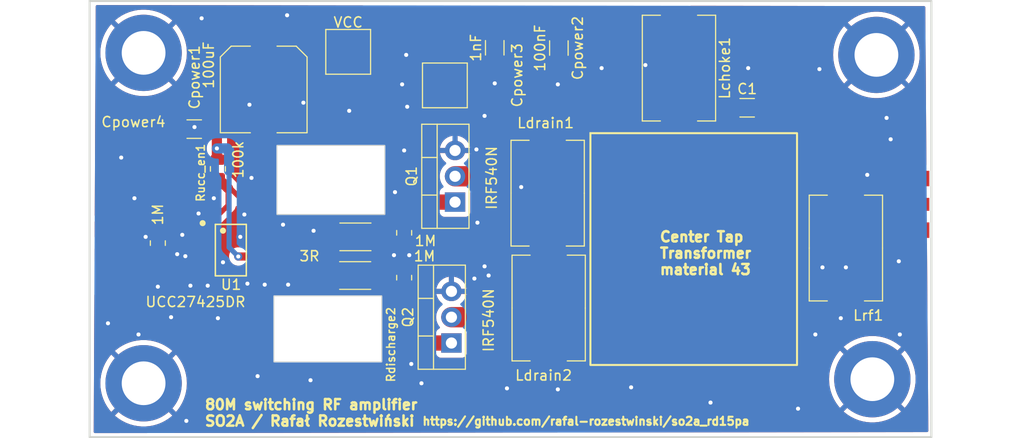
<source format=kicad_pcb>
(kicad_pcb (version 20221018) (generator pcbnew)
  (layers (0 "F.Cu" signal) (31 "B.Cu" signal) (34 "B.Paste" user) (35 "F.Paste" user) (36 "B.SilkS" user "B.Silkscreen") (37 "F.SilkS" user "F.Silkscreen") (38 "B.Mask" user) (39 "F.Mask" user) (44 "Edge.Cuts" user))
  (net 0 "")
  (net 1 "Net-(C1-Pad1)")
  (net 2 "GND")
  (net 3 "+12V")
  (net 4 "Net-(Jrfin1-In)")
  (net 5 "Net-(Jrfout1-In)")
  (net 6 "Net-(Q1-D)")
  (net 7 "Net-(Q2-D)")
  (net 8 "Net-(Q1-G)")
  (net 9 "Net-(Q2-G)")
  (net 10 "Net-(U1-OUTA)")
  (net 11 "Net-(U1-OUTB)")
  (net 12 "Net-(U1-ENBA)")
  (footprint "Capacitor_SMD:C_1206_3216Metric" (layer "F.Cu") (at 94.575 31.2 180)
    (fp_text reference "Cpower4" (at 5.975 0.7) (layer "F.SilkS"))
    (fp_text value "1nF")
    (fp_line (start -0.711252 -0.91) (end 0.711252 -0.91) (stroke (width 0.12)) (layer "F.SilkS"))
    (fp_line (start -0.711252 0.91) (end 0.711252 0.91) (stroke (width 0.12)) (layer "F.SilkS"))
    (pad "1" smd roundrect (at -1.475 0 180) (size 1.15 1.8) (layers "F.Cu" "F.Paste" "F.Mask") (roundrect_rratio 0.2173913043) (net 3 "+12V"))
    (pad "2" smd roundrect (at 1.475 0 180) (size 1.15 1.8) (layers "F.Cu" "F.Paste" "F.Mask") (roundrect_rratio 0.2173913043) (net 2 "GND"))
  )
  (footprint "Resistor_SMD:R_2010_5025Metric" (layer "F.Cu") (at 110.3875 45.6)
    (fp_text reference "Rgate2" hide)
    (fp_text value "3R" hide)
    (fp_line (start -1.527064 -1.36) (end 1.527064 -1.36) (stroke (width 0.12)) (layer "F.SilkS"))
    (fp_line (start -1.527064 1.36) (end 1.527064 1.36) (stroke (width 0.12)) (layer "F.SilkS"))
    (pad "1" smd roundrect (at -2.3125 0) (size 1.225 2.65) (layers "F.Cu" "F.Paste" "F.Mask") (roundrect_rratio 0.2040816327) (net 11 "Net-(U1-OUTB)"))
    (pad "2" smd roundrect (at 2.3125 0) (size 1.225 2.65) (layers "F.Cu" "F.Paste" "F.Mask") (roundrect_rratio 0.2040816327) (net 9 "Net-(Q2-G)"))
  )
  (footprint "Resistor_SMD:R_0805_2012Metric" (layer "F.Cu") (at 115.2 45.8125 90)
    (fp_text reference "Rdischarge2" (at -6.5875 -1.3 90) (layer "F.SilkS") (effects (font (size 0.8 0.8))))
    (fp_text value "1M" (at 3.6125 2.1) (layer "F.SilkS"))
    (fp_line (start -0.227064 -0.735) (end 0.227064 -0.735) (stroke (width 0.12)) (layer "F.SilkS"))
    (fp_line (start -0.227064 0.735) (end 0.227064 0.735) (stroke (width 0.12)) (layer "F.SilkS"))
    (pad "1" smd roundrect (at -0.9125 0 90) (size 1.025 1.4) (layers "F.Cu" "F.Paste" "F.Mask") (roundrect_rratio 0.243902439) (net 9 "Net-(Q2-G)"))
    (pad "2" smd roundrect (at 0.9125 0 90) (size 1.025 1.4) (layers "F.Cu" "F.Paste" "F.Mask") (roundrect_rratio 0.243902439) (net 2 "GND"))
  )
  (footprint "MountingHole:MountingHole_4.3mm_M4_DIN965_Pad" (layer "F.Cu") (at 161.2 55.8)
    (fp_text reference "REF**" hide)
    (fp_text value "MountingHole_4.3mm_M4_DIN965_Pad" hide)
    (pad "1" thru_hole circle (at 0 0) (size 7.5 7.5) (drill 4.3) (layers "*.Cu" "*.Mask") (net 2 "GND"))
  )
  (footprint "Resistor_SMD:R_0805_2012Metric" (layer "F.Cu") (at 96.9 35.1125 -90)
    (fp_text reference "Rucc_en1" (at 0.3875 1.7 -90) (layer "F.SilkS") (effects (font (size 0.8 0.8))))
    (fp_text value "100k" (at -0.9125 -2 90) (layer "F.SilkS"))
    (fp_line (start -0.227064 -0.735) (end 0.227064 -0.735) (stroke (width 0.12)) (layer "F.SilkS"))
    (fp_line (start -0.227064 0.735) (end 0.227064 0.735) (stroke (width 0.12)) (layer "F.SilkS"))
    (pad "1" smd roundrect (at -0.9125 0 270) (size 1.025 1.4) (layers "F.Cu" "F.Paste" "F.Mask") (roundrect_rratio 0.243902439) (net 3 "+12V"))
    (pad "2" smd roundrect (at 0.9125 0 270) (size 1.025 1.4) (layers "F.Cu" "F.Paste" "F.Mask") (roundrect_rratio 0.243902439) (net 12 "Net-(U1-ENBA)"))
  )
  (footprint "LocalGlobal:SMA_EDGELAUNCH_Modded" (layer "F.Cu") (at 166.8 38.6 180)
    (fp_text reference "Jrfout1" hide)
    (fp_text value "Conn_Coaxial")
    (pad "1" smd rect (at 2.032 0 270) (size 1.27 4.064) (layers "F.Cu" "F.Mask") (net 5 "Net-(Jrfout1-In)"))
    (pad "2" smd rect (at 2.032 -2.54 270) (size 1.524 4.064) (layers "F.Cu" "F.Mask") (net 2 "GND"))
    (pad "2" smd rect (at 2.032 2.54 270) (size 1.524 4.064) (layers "F.Cu" "F.Mask") (net 2 "GND"))
  )
  (footprint "Inductor_SMD:L_Wuerth_HCM-1050" (layer "F.Cu") (at 158.6 42.9 -90)
    (fp_text reference "Lrf1" (at 6.625 -2.2 -180) (layer "F.SilkS"))
    (fp_text value "L")
    (fp_line (start -5.2 -3.6) (end 0 -3.6) (stroke (width 0.12)) (layer "F.SilkS"))
    (fp_line (start -5.2 -1.825) (end -5.2 -3.6) (stroke (width 0.12)) (layer "F.SilkS"))
    (fp_line (start -5.2 1.825) (end -5.2 3.6) (stroke (width 0.12)) (layer "F.SilkS"))
    (fp_line (start -5.2 3.6) (end 0 3.6) (stroke (width 0.12)) (layer "F.SilkS"))
    (fp_line (start 5.2 -3.6) (end 0 -3.6) (stroke (width 0.12)) (layer "F.SilkS"))
    (fp_line (start 5.2 -1.825) (end 5.2 -3.6) (stroke (width 0.12)) (layer "F.SilkS"))
    (fp_line (start 5.2 1.825) (end 5.2 3.6) (stroke (width 0.12)) (layer "F.SilkS"))
    (fp_line (start 5.2 3.6) (end 0 3.6) (stroke (width 0.12)) (layer "F.SilkS"))
    (pad "1" smd rect (at -4.175 0 270) (size 2 3.05) (layers "F.Cu" "F.Paste" "F.Mask") (net 5 "Net-(Jrfout1-In)"))
    (pad "2" smd rect (at 4.175 0 270) (size 2 3.05) (layers "F.Cu" "F.Paste" "F.Mask") (net 2 "GND"))
  )
  (footprint "Package_TO_SOT_THT:TO-220-3_Vertical" (layer "F.Cu") (at 120.2 38.38 90)
    (fp_text reference "Q1" (at 2.54 -4.27 90) (layer "F.SilkS"))
    (fp_text value "IRF540N" (at 2.38 3.6 90) (layer "F.SilkS"))
    (fp_line (start -2.58 -3.27) (end -2.58 1.371) (stroke (width 0.12)) (layer "F.SilkS"))
    (fp_line (start -2.58 -3.27) (end 7.66 -3.27) (stroke (width 0.12)) (layer "F.SilkS"))
    (fp_line (start -2.58 -1.76) (end 7.66 -1.76) (stroke (width 0.12)) (layer "F.SilkS"))
    (fp_line (start -2.58 1.371) (end 7.66 1.371) (stroke (width 0.12)) (layer "F.SilkS"))
    (fp_line (start 0.69 -3.27) (end 0.69 -1.76) (stroke (width 0.12)) (layer "F.SilkS"))
    (fp_line (start 4.391 -3.27) (end 4.391 -1.76) (stroke (width 0.12)) (layer "F.SilkS"))
    (fp_line (start 7.66 -3.27) (end 7.66 1.371) (stroke (width 0.12)) (layer "F.SilkS"))
    (pad "1" thru_hole rect (at 0 0 90) (size 1.905 2) (drill 1.1) (layers "*.Cu" "*.Mask") (net 8 "Net-(Q1-G)"))
    (pad "2" thru_hole oval (at 2.54 0 90) (size 1.905 2) (drill 1.1) (layers "*.Cu" "*.Mask") (net 6 "Net-(Q1-D)"))
    (pad "3" thru_hole oval (at 5.08 0 90) (size 1.905 2) (drill 1.1) (layers "*.Cu" "*.Mask") (net 2 "GND"))
  )
  (footprint "Resistor_SMD:R_0805_2012Metric" (layer "F.Cu") (at 115.2 41.4 -90)
    (fp_text reference "Rdischarge1" hide)
    (fp_text value "1M" (at 2.3 -2) (layer "F.SilkS"))
    (fp_line (start -0.227064 -0.735) (end 0.227064 -0.735) (stroke (width 0.12)) (layer "F.SilkS"))
    (fp_line (start -0.227064 0.735) (end 0.227064 0.735) (stroke (width 0.12)) (layer "F.SilkS"))
    (pad "1" smd roundrect (at -0.9125 0 270) (size 1.025 1.4) (layers "F.Cu" "F.Paste" "F.Mask") (roundrect_rratio 0.243902439) (net 8 "Net-(Q1-G)"))
    (pad "2" smd roundrect (at 0.9125 0 270) (size 1.025 1.4) (layers "F.Cu" "F.Paste" "F.Mask") (roundrect_rratio 0.243902439) (net 2 "GND"))
  )
  (footprint "Capacitor_SMD:C_1206_3216Metric" (layer "F.Cu") (at 148.9 29.1)
    (fp_text reference "C1" (at 0 -1.85) (layer "F.SilkS"))
    (fp_text value "100nF")
    (fp_line (start -0.711252 -0.91) (end 0.711252 -0.91) (stroke (width 0.12)) (layer "F.SilkS"))
    (fp_line (start -0.711252 0.91) (end 0.711252 0.91) (stroke (width 0.12)) (layer "F.SilkS"))
    (pad "1" smd roundrect (at -1.475 0) (size 1.15 1.8) (layers "F.Cu" "F.Paste" "F.Mask") (roundrect_rratio 0.2173913043) (net 1 "Net-(C1-Pad1)"))
    (pad "2" smd roundrect (at 1.475 0) (size 1.15 1.8) (layers "F.Cu" "F.Paste" "F.Mask") (roundrect_rratio 0.2173913043) (net 2 "GND"))
  )
  (footprint "Capacitor_SMD:C_1206_3216Metric" (layer "F.Cu") (at 130.4 23.225 -90)
    (fp_text reference "Cpower2" (at 0 -1.85 90) (layer "F.SilkS"))
    (fp_text value "100nF" (at 0 1.85 90) (layer "F.SilkS"))
    (fp_line (start -0.711252 -0.91) (end 0.711252 -0.91) (stroke (width 0.12)) (layer "F.SilkS"))
    (fp_line (start -0.711252 0.91) (end 0.711252 0.91) (stroke (width 0.12)) (layer "F.SilkS"))
    (pad "1" smd roundrect (at -1.475 0 270) (size 1.15 1.8) (layers "F.Cu" "F.Paste" "F.Mask") (roundrect_rratio 0.2173913043) (net 3 "+12V"))
    (pad "2" smd roundrect (at 1.475 0 270) (size 1.15 1.8) (layers "F.Cu" "F.Paste" "F.Mask") (roundrect_rratio 0.2173913043) (net 2 "GND"))
  )
  (footprint "Capacitor_SMD:C_1206_3216Metric" (layer "F.Cu") (at 124.1 23.2 -90)
    (fp_text reference "Cpower3" (at 2.7 -2.2 90) (layer "F.SilkS"))
    (fp_text value "1nF" (at 0 1.85 90) (layer "F.SilkS"))
    (fp_line (start -0.711252 -0.91) (end 0.711252 -0.91) (stroke (width 0.12)) (layer "F.SilkS"))
    (fp_line (start -0.711252 0.91) (end 0.711252 0.91) (stroke (width 0.12)) (layer "F.SilkS"))
    (pad "1" smd roundrect (at -1.475 0 270) (size 1.15 1.8) (layers "F.Cu" "F.Paste" "F.Mask") (roundrect_rratio 0.2173913043) (net 3 "+12V"))
    (pad "2" smd roundrect (at 1.475 0 270) (size 1.15 1.8) (layers "F.Cu" "F.Paste" "F.Mask") (roundrect_rratio 0.2173913043) (net 2 "GND"))
  )
  (footprint "MountingHole:MountingHole_4.3mm_M4_DIN965_Pad" (layer "F.Cu") (at 89.6 23.7)
    (fp_text reference "REF**" hide)
    (fp_text value "MountingHole_4.3mm_M4_DIN965_Pad" hide)
    (pad "1" thru_hole circle (at 0 0) (size 7.5 7.5) (drill 4.3) (layers "*.Cu" "*.Mask") (net 2 "GND"))
  )
  (footprint "Package_TO_SOT_THT:TO-220-3_Vertical" (layer "F.Cu") (at 119.845 52.24 90)
    (fp_text reference "Q2" (at 2.54 -4.27 90) (layer "F.SilkS"))
    (fp_text value "IRF540N" (at 2.24 3.655 90) (layer "F.SilkS"))
    (fp_line (start -2.58 -3.27) (end -2.58 1.371) (stroke (width 0.12)) (layer "F.SilkS"))
    (fp_line (start -2.58 -3.27) (end 7.66 -3.27) (stroke (width 0.12)) (layer "F.SilkS"))
    (fp_line (start -2.58 -1.76) (end 7.66 -1.76) (stroke (width 0.12)) (layer "F.SilkS"))
    (fp_line (start -2.58 1.371) (end 7.66 1.371) (stroke (width 0.12)) (layer "F.SilkS"))
    (fp_line (start 0.69 -3.27) (end 0.69 -1.76) (stroke (width 0.12)) (layer "F.SilkS"))
    (fp_line (start 4.391 -3.27) (end 4.391 -1.76) (stroke (width 0.12)) (layer "F.SilkS"))
    (fp_line (start 7.66 -3.27) (end 7.66 1.371) (stroke (width 0.12)) (layer "F.SilkS"))
    (pad "1" thru_hole rect (at 0 0 90) (size 1.905 2) (drill 1.1) (layers "*.Cu" "*.Mask") (net 9 "Net-(Q2-G)"))
    (pad "2" thru_hole oval (at 2.54 0 90) (size 1.905 2) (drill 1.1) (layers "*.Cu" "*.Mask") (net 7 "Net-(Q2-D)"))
    (pad "3" thru_hole oval (at 5.08 0 90) (size 1.905 2) (drill 1.1) (layers "*.Cu" "*.Mask") (net 2 "GND"))
  )
  (footprint "TestPoint:TestPoint_Pad_4.0x4.0mm" (layer "F.Cu") (at 119.2 26.9)
    (fp_text reference "REF**" hide)
    (fp_text value "TestPoint_Pad_4.0x4.0mm" hide)
    (fp_line (start -2.2 -2.2) (end 2.2 -2.2) (stroke (width 0.12)) (layer "F.SilkS"))
    (fp_line (start -2.2 2.2) (end -2.2 -2.2) (stroke (width 0.12)) (layer "F.SilkS"))
    (fp_line (start 2.2 -2.2) (end 2.2 2.2) (stroke (width 0.12)) (layer "F.SilkS"))
    (fp_line (start 2.2 2.2) (end -2.2 2.2) (stroke (width 0.12)) (layer "F.SilkS"))
    (pad "1" smd rect (at 0 0) (size 4 4) (layers "F.Cu" "F.Mask") (net 2 "GND"))
  )
  (footprint "localf2:SOIC-8_L4.9-W3.9-P1.27-LS6.0-BL" (layer "F.Cu") (at 98.17 43.1 -90)
    (fp_text reference "U1" (at 3.4 -0.03 -180) (layer "F.SilkS"))
    (fp_text value "UCC27425DR" (at 5.1 3.47 -180) (layer "F.SilkS"))
    (fp_line (start -2.53 -1.52) (end 2.53 -1.52) (stroke (width 0.15)) (layer "F.SilkS"))
    (fp_line (start -2.53 1.52) (end -2.53 -1.52) (stroke (width 0.15)) (layer "F.SilkS"))
    (fp_line (start 2.53 -1.52) (end 2.53 1.52) (stroke (width 0.15)) (layer "F.SilkS"))
    (fp_line (start 2.53 1.52) (end -2.53 1.52) (stroke (width 0.15)) (layer "F.SilkS"))
    (fp_circle (center -2.65 2.77) (end -2.5 2.77) (stroke (width 0.3)) (fill none) (layer "F.SilkS"))
    (fp_circle (center -1.91 0.77) (end -1.76 0.77) (stroke (width 0.3)) (fill none) (layer "F.SilkS"))
    (pad "1" smd oval (at -1.91 2.77 270) (size 0.59 2.05) (layers "F.Cu" "F.Paste" "F.Mask") (net 12 "Net-(U1-ENBA)"))
    (pad "2" smd oval (at -0.63 2.77 270) (size 0.59 2.05) (layers "F.Cu" "F.Paste" "F.Mask") (net 4 "Net-(Jrfin1-In)"))
    (pad "3" smd oval (at 0.63 2.77 270) (size 0.59 2.05) (layers "F.Cu" "F.Paste" "F.Mask") (net 2 "GND"))
    (pad "4" smd oval (at 1.9 2.77 270) (size 0.59 2.05) (layers "F.Cu" "F.Paste" "F.Mask") (net 4 "Net-(Jrfin1-In)"))
    (pad "5" smd oval (at 1.9 -2.77 270) (size 0.59 2.05) (layers "F.Cu" "F.Paste" "F.Mask") (net 11 "Net-(U1-OUTB)"))
    (pad "6" smd oval (at 0.63 -2.77 270) (size 0.59 2.05) (layers "F.Cu" "F.Paste" "F.Mask") (net 3 "+12V"))
    (pad "7" smd oval (at -0.63 -2.77 270) (size 0.59 2.05) (layers "F.Cu" "F.Paste" "F.Mask") (net 10 "Net-(U1-OUTA)"))
    (pad "8" smd oval (at -1.91 -2.77 270) (size 0.59 2.05) (layers "F.Cu" "F.Paste" "F.Mask") (net 12 "Net-(U1-ENBA)"))
  )
  (footprint "TestPoint:TestPoint_Pad_4.0x4.0mm" (layer "F.Cu") (at 109.7 23.6)
    (fp_text reference "VCC" (at 0 -2.898) (layer "F.SilkS"))
    (fp_text value "TestPoint_Pad_4.0x4.0mm" hide)
    (fp_line (start -2.2 -2.2) (end 2.2 -2.2) (stroke (width 0.12)) (layer "F.SilkS"))
    (fp_line (start -2.2 2.2) (end -2.2 -2.2) (stroke (width 0.12)) (layer "F.SilkS"))
    (fp_line (start 2.2 -2.2) (end 2.2 2.2) (stroke (width 0.12)) (layer "F.SilkS"))
    (fp_line (start 2.2 2.2) (end -2.2 2.2) (stroke (width 0.12)) (layer "F.SilkS"))
    (pad "1" smd rect (at 0 0) (size 4 4) (layers "F.Cu" "F.Mask") (net 3 "+12V"))
  )
  (footprint "Inductor_SMD:L_Wuerth_HCM-1050" (layer "F.Cu") (at 129.4 48.8 -90)
    (fp_text reference "Ldrain2" (at 6.625 0.5 -180) (layer "F.SilkS"))
    (fp_text value "L")
    (fp_line (start -5.2 -3.6) (end 0 -3.6) (stroke (width 0.12)) (layer "F.SilkS"))
    (fp_line (start -5.2 -1.825) (end -5.2 -3.6) (stroke (width 0.12)) (layer "F.SilkS"))
    (fp_line (start -5.2 1.825) (end -5.2 3.6) (stroke (width 0.12)) (layer "F.SilkS"))
    (fp_line (start -5.2 3.6) (end 0 3.6) (stroke (width 0.12)) (layer "F.SilkS"))
    (fp_line (start 5.2 -3.6) (end 0 -3.6) (stroke (width 0.12)) (layer "F.SilkS"))
    (fp_line (start 5.2 -1.825) (end 5.2 -3.6) (stroke (width 0.12)) (layer "F.SilkS"))
    (fp_line (start 5.2 1.825) (end 5.2 3.6) (stroke (width 0.12)) (layer "F.SilkS"))
    (fp_line (start 5.2 3.6) (end 0 3.6) (stroke (width 0.12)) (layer "F.SilkS"))
    (pad "1" smd rect (at -4.175 0 270) (size 2 3.05) (layers "F.Cu" "F.Paste" "F.Mask") (net 1 "Net-(C1-Pad1)"))
    (pad "2" smd rect (at 4.175 0 270) (size 2 3.05) (layers "F.Cu" "F.Paste" "F.Mask") (net 7 "Net-(Q2-D)"))
  )
  (footprint "Resistor_SMD:R_2010_5025Metric" (layer "F.Cu") (at 110.4125 41.8 180)
    (fp_text reference "Rgate1" hide)
    (fp_text value "3R" (at 4.5125 -1.9) (layer "F.SilkS"))
    (fp_line (start -1.527064 -1.36) (end 1.527064 -1.36) (stroke (width 0.12)) (layer "F.SilkS"))
    (fp_line (start -1.527064 1.36) (end 1.527064 1.36) (stroke (width 0.12)) (layer "F.SilkS"))
    (pad "1" smd roundrect (at -2.3125 0 180) (size 1.225 2.65) (layers "F.Cu" "F.Paste" "F.Mask") (roundrect_rratio 0.2040816327) (net 8 "Net-(Q1-G)"))
    (pad "2" smd roundrect (at 2.3125 0 180) (size 1.225 2.65) (layers "F.Cu" "F.Paste" "F.Mask") (roundrect_rratio 0.2040816327) (net 10 "Net-(U1-OUTA)"))
  )
  (footprint "Inductor_SMD:L_Wuerth_HCM-1050" (layer "F.Cu") (at 129.3 37.5 -90)
    (fp_text reference "Ldrain1" (at -6.9 0.2 -180) (layer "F.SilkS"))
    (fp_text value "L")
    (fp_line (start -5.2 -3.6) (end 0 -3.6) (stroke (width 0.12)) (layer "F.SilkS"))
    (fp_line (start -5.2 -1.825) (end -5.2 -3.6) (stroke (width 0.12)) (layer "F.SilkS"))
    (fp_line (start -5.2 1.825) (end -5.2 3.6) (stroke (width 0.12)) (layer "F.SilkS"))
    (fp_line (start -5.2 3.6) (end 0 3.6) (stroke (width 0.12)) (layer "F.SilkS"))
    (fp_line (start 5.2 -3.6) (end 0 -3.6) (stroke (width 0.12)) (layer "F.SilkS"))
    (fp_line (start 5.2 -1.825) (end 5.2 -3.6) (stroke (width 0.12)) (layer "F.SilkS"))
    (fp_line (start 5.2 1.825) (end 5.2 3.6) (stroke (width 0.12)) (layer "F.SilkS"))
    (fp_line (start 5.2 3.6) (end 0 3.6) (stroke (width 0.12)) (layer "F.SilkS"))
    (pad "1" smd rect (at -4.175 0 270) (size 2 3.05) (layers "F.Cu" "F.Paste" "F.Mask") (net 6 "Net-(Q1-D)"))
    (pad "2" smd rect (at 4.175 0 270) (size 2 3.05) (layers "F.Cu" "F.Paste" "F.Mask") (net 1 "Net-(C1-Pad1)"))
  )
  (footprint "Inductor_SMD:L_Wuerth_HCM-1050" (layer "F.Cu") (at 142.2 25.2 -90)
    (fp_text reference "Lchoke1" (at 0 -4.5 90) (layer "F.SilkS"))
    (fp_text value "L")
    (fp_line (start -5.2 -3.6) (end 0 -3.6) (stroke (width 0.12)) (layer "F.SilkS"))
    (fp_line (start -5.2 -1.825) (end -5.2 -3.6) (stroke (width 0.12)) (layer "F.SilkS"))
    (fp_line (start -5.2 1.825) (end -5.2 3.6) (stroke (width 0.12)) (layer "F.SilkS"))
    (fp_line (start -5.2 3.6) (end 0 3.6) (stroke (width 0.12)) (layer "F.SilkS"))
    (fp_line (start 5.2 -3.6) (end 0 -3.6) (stroke (width 0.12)) (layer "F.SilkS"))
    (fp_line (start 5.2 -1.825) (end 5.2 -3.6) (stroke (width 0.12)) (layer "F.SilkS"))
    (fp_line (start 5.2 1.825) (end 5.2 3.6) (stroke (width 0.12)) (layer "F.SilkS"))
    (fp_line (start 5.2 3.6) (end 0 3.6) (stroke (width 0.12)) (layer "F.SilkS"))
    (pad "1" smd rect (at -4.175 0 270) (size 2 3.05) (layers "F.Cu" "F.Paste" "F.Mask") (net 3 "+12V"))
    (pad "2" smd rect (at 4.175 0 270) (size 2 3.05) (layers "F.Cu" "F.Paste" "F.Mask") (net 1 "Net-(C1-Pad1)"))
  )
  (footprint "Resistor_SMD:R_0805_2012Metric" (layer "F.Cu") (at 91 42.4125 90)
    (fp_text reference "Rdischarge3" hide)
    (fp_text value "1M" (at 2.8125 0 90) (layer "F.SilkS"))
    (fp_line (start -0.227064 -0.735) (end 0.227064 -0.735) (stroke (width 0.12)) (layer "F.SilkS"))
    (fp_line (start -0.227064 0.735) (end 0.227064 0.735) (stroke (width 0.12)) (layer "F.SilkS"))
    (pad "1" smd roundrect (at -0.9125 0 90) (size 1.025 1.4) (layers "F.Cu" "F.Paste" "F.Mask") (roundrect_rratio 0.243902439) (net 4 "Net-(Jrfin1-In)"))
    (pad "2" smd roundrect (at 0.9125 0 90) (size 1.025 1.4) (layers "F.Cu" "F.Paste" "F.Mask") (roundrect_rratio 0.243902439) (net 2 "GND"))
  )
  (footprint "LocalGlobal:SMA_EDGELAUNCH_Modded" (layer "F.Cu") (at 84.8 43.6)
    (fp_text reference "Jrfin1" hide)
    (fp_text value "Conn_Coaxial")
    (pad "1" smd rect (at 2.032 0 90) (size 1.27 4.064) (layers "F.Cu" "F.Mask") (net 4 "Net-(Jrfin1-In)"))
    (pad "2" smd rect (at 2.032 -2.54 90) (size 1.524 4.064) (layers "F.Cu" "F.Mask") (net 2 "GND"))
    (pad "2" smd rect (at 2.032 2.54 90) (size 1.524 4.064) (layers "F.Cu" "F.Mask") (net 2 "GND"))
  )
  (footprint "MountingHole:MountingHole_4.3mm_M4_DIN965_Pad" (layer "F.Cu") (at 89.6 56.2)
    (fp_text reference "REF**" hide)
    (fp_text value "MountingHole_4.3mm_M4_DIN965_Pad" hide)
    (pad "1" thru_hole circle (at 0 0) (size 7.5 7.5) (drill 4.3) (layers "*.Cu" "*.Mask") (net 2 "GND"))
  )
  (footprint "MountingHole:MountingHole_4.3mm_M4_DIN965_Pad" (layer "F.Cu") (at 161.6 23.9)
    (fp_text reference "REF**" hide)
    (fp_text value "MountingHole_4.3mm_M4_DIN965_Pad" hide)
    (pad "1" thru_hole circle (at 0 0) (size 7.5 7.5) (drill 4.3) (layers "*.Cu" "*.Mask") (net 2 "GND"))
  )
  (footprint "Capacitor_SMD:C_Elec_8x10.2" (layer "F.Cu") (at 101.4 27.3 -90)
    (fp_text reference "Cpower1" (at -1.2 6.8 90) (layer "F.SilkS"))
    (fp_text value "100uF" (at -2.4 5.4 -90) (layer "F.SilkS"))
    (fp_line (start -4.26 -3.195563) (end -4.26 -1.31) (stroke (width 0.12)) (layer "F.SilkS"))
    (fp_line (start -4.26 -3.195563) (end -3.195563 -4.26) (stroke (width 0.12)) (layer "F.SilkS"))
    (fp_line (start -4.26 3.195563) (end -4.26 1.31) (stroke (width 0.12)) (layer "F.SilkS"))
    (fp_line (start -4.26 3.195563) (end -3.195563 4.26) (stroke (width 0.12)) (layer "F.SilkS"))
    (fp_line (start -3.195563 -4.26) (end 4.26 -4.26) (stroke (width 0.12)) (layer "F.SilkS"))
    (fp_line (start -3.195563 4.26) (end 4.26 4.26) (stroke (width 0.12)) (layer "F.SilkS"))
    (fp_line (start 4.26 -4.26) (end 4.26 -1.31) (stroke (width 0.12)) (layer "F.SilkS"))
    (fp_line (start 4.26 4.26) (end 4.26 1.31) (stroke (width 0.12)) (layer "F.SilkS"))
    (pad "1" smd roundrect (at -3.6 0 270) (size 4.5 2.1) (layers "F.Cu" "F.Paste" "F.Mask") (roundrect_rratio 0.1190480952) (net 3 "+12V"))
    (pad "2" smd roundrect (at 3.6 0 270) (size 4.5 2.1) (layers "F.Cu" "F.Paste" "F.Mask") (roundrect_rratio 0.1190480952) (net 2 "GND"))
  )
  (gr_rect (start 133.5 31.6) (end 153.8 54.4) (stroke (width 0.2)) (fill none) (layer "F.SilkS"))
  (gr_rect (start 84.3 18.6) (end 167 61.5) (stroke (width 0.2)) (fill none) (layer "Edge.Cuts"))
  (gr_rect (start 102.7 32.8) (end 113.3 39.6) (stroke (width 0.1)) (fill none) (layer "Edge.Cuts"))
  (gr_rect (start 102.4 47.6) (end 113 54.1) (stroke (width 0.1)) (fill none) (layer "Edge.Cuts"))
  (gr_text "80M switching RF amplifier\nSO2A / Rafał Rozestwiński\n" (at 95.5 60.5) (layer "F.SilkS") (effects (font (size 1 1) (thickness 0.25) bold) (justify left bottom)))
  (gr_text "Center Tap\nTransformer\nmaterial 43" (at 140.2 45.6) (layer "F.SilkS") (effects (font (size 1 1) (thickness 0.25) bold) (justify left bottom)))
  (gr_text "https://github.com/rafal-rozestwinski/so2a_rd15pa" (at 116.9 60.4) (layer "F.SilkS") (effects (font (size 0.8 0.8) (thickness 0.2) bold) (justify left bottom)))
  (segment (start 142.7 34.6) (end 142.7 29.875) (width 3) (layer "F.Cu") (net 1))
  (segment (start 129.1 42.8) (end 130.125 41.775) (width 0.25) (layer "F.Cu") (net 1))
  (segment (start 147.325 29) (end 147.425 29.1) (width 2) (layer "F.Cu") (net 1))
  (segment (start 134.5 42.8) (end 142.7 34.6) (width 3) (layer "F.Cu") (net 1))
  (segment (start 142.2 29.375) (end 142.425 29.15) (width 0.25) (layer "F.Cu") (net 1))
  (segment (start 129.1 42.8) (end 134.5 42.8) (width 3) (layer "F.Cu") (net 1))
  (segment (start 142.2 29.375) (end 142.575 29) (width 2) (layer "F.Cu") (net 1))
  (segment (start 142.575 29) (end 147.325 29) (width 2) (layer "F.Cu") (net 1))
  (segment (start 120.75 33.4) (end 120.2 32.85) (width 0.25) (layer "F.Cu") (net 2))
  (via (at 100.8 55.5) (size 0.8) (drill 0.4) (layers "F.Cu" "B.Cu") (net 2))
  (via (at 94.6 31) (size 0.8) (drill 0.4) (layers "F.Cu" "B.Cu") (net 2))
  (via (at 99.1 41.8) (size 0.8) (drill 0.4) (layers "F.Cu" "B.Cu") (net 2))
  (via (at 115.9 54.3) (size 0.8) (drill 0.4) (layers "F.Cu" "B.Cu") (net 2))
  (via (at 93.7 43.7) (size 0.8) (drill 0.4) (layers "F.Cu" "B.Cu") (net 2))
  (via (at 115.4 23.9) (size 0.8) (drill 0.4) (layers "F.Cu" "B.Cu") (net 2))
  (via (at 115.2 33.3) (size 0.8) (drill 0.4) (layers "F.Cu" "B.Cu") (net 2))
  (via (at 125.3 56.7) (size 0.8) (drill 0.4) (layers "F.Cu" "B.Cu") (net 2))
  (via (at 88.7 38) (size 0.8) (drill 0.4) (layers "F.Cu" "B.Cu") (net 2))
  (via (at 105.3 28.6) (size 0.8) (drill 0.4) (layers "F.Cu" "B.Cu") (net 2))
  (via (at 153.9 58.7) (size 0.8) (drill 0.4) (layers "F.Cu" "B.Cu") (net 2))
  (via (at 97.4 44.3) (size 0.8) (drill 0.4) (layers "F.Cu" "B.Cu") (net 2))
  (via (at 96.9 49.8) (size 0.8) (drill 0.4) (layers "F.Cu" "B.Cu") (net 2))
  (via (at 103.7 20) (size 0.8) (drill 0.4) (layers "F.Cu" "B.Cu") (net 2))
  (via (at 123.1 29.9) (size 0.8) (drill 0.4) (layers "F.Cu" "B.Cu") (net 2))
  (via (at 92.900688 43.500688) (size 0.8) (drill 0.4) (layers "F.Cu" "B.Cu") (net 2))
  (via (at 130.3 26.8) (size 0.8) (drill 0.4) (layers "F.Cu" "B.Cu") (net 2))
  (via (at 162.6 30.1) (size 0.8) (drill 0.4) (layers "F.Cu" "B.Cu") (net 2))
  (via (at 123.1 44.7) (size 0.8) (drill 0.4) (layers "F.Cu" "B.Cu") (net 2))
  (via (at 114.2 43.6) (size 0.8) (drill 0.4) (layers "F.Cu" "B.Cu") (net 2))
  (via (at 86.1 50.3) (size 0.8) (drill 0.4) (layers "F.Cu" "B.Cu") (net 2))
  (via (at 99.8 46.4) (size 0.8) (drill 0.4) (layers "F.Cu" "B.Cu") (net 2))
  (via (at 94.2 46.6) (size 0.8) (drill 0.4) (layers "F.Cu" "B.Cu") (net 2))
  (via (at 103.8 46.5) (size 0.8) (drill 0.4) (layers "F.Cu" "B.Cu") (net 2))
  (via (at 149 25.2) (size 0.8) (drill 0.4) (layers "F.Cu" "B.Cu") (net 2))
  (via (at 116.9 56.2) (size 0.8) (drill 0.4) (layers "F.Cu" "B.Cu") (net 2))
  (via (at 100.2 36) (size 0.8) (drill 0.4) (layers "F.Cu" "B.Cu") (net 2))
  (via (at 115 26.8) (size 0.8) (drill 0.4) (layers "F.Cu" "B.Cu") (net 2))
  (via (at 106.3 41.2) (size 0.8) (drill 0.4) (layers "F.Cu" "B.Cu") (net 2))
  (via (at 93.4 41.6) (size 0.8) (drill 0.4) (layers "F.Cu" "B.Cu") (net 2))
  (via (at 160.7 35.7) (size 0.8) (drill 0.4) (layers "F.Cu" "B.Cu") (net 2))
  (via (at 87.4 34) (size 0.8) (drill 0.4) (layers "F.Cu" "B.Cu") (net 2))
  (via (at 89.1 51.4) (size 0.8) (drill 0.4) (layers "F.Cu" "B.Cu") (net 2))
  (via (at 96.5 38) (size 0.8) (drill 0.4) (layers "F.Cu" "B.Cu") (net 2))
  (via (at 145.3 58.1) (size 0.8) (drill 0.4) (layers "F.Cu" "B.Cu") (net 2))
  (via (at 115.7 43.6) (size 0.8) (drill 0.4) (layers "F.Cu" "B.Cu") (net 2))
  (via (at 92.3 49.7) (size 0.8) (drill 0.4) (layers "F.Cu" "B.Cu") (net 2))
  (via (at 100 28.8) (size 0.8) (drill 0.4) (layers "F.Cu" "B.Cu") (net 2))
  (via (at 158.1 49.8) (size 0.8) (drill 0.4) (layers "F.Cu" "B.Cu") (net 2))
  (via (at 122.1 45.9) (size 0.8) (drill 0.4) (layers "F.Cu" "B.Cu") (net 2))
  (via (at 124.1 26.7) (size 0.8) (drill 0.4) (layers "F.Cu" "B.Cu") (net 2))
  (via (at 93.8 59.9) (size 0.8) (drill 0.4) (layers "F.Cu" "B.Cu") (net 2))
  (via (at 122.3 33.2) (size 0.8) (drill 0.4) (layers "F.Cu" "B.Cu") (net 2))
  (via (at 109.8 29.4) (size 0.8) (drill 0.4) (layers "F.Cu" "B.Cu") (net 2))
  (via (at 95.3 20.3) (size 0.8) (drill 0.4) (layers "F.Cu" "B.Cu") (net 2))
  (via (at 99.5 39.6) (size 0.8) (drill 0.4) (layers "F.Cu" "B.Cu") (net 2))
  (via (at 138.9 24.9) (size 0.8) (drill 0.4) (layers "F.Cu" "B.Cu") (net 2))
  (via (at 137.5 56.6) (size 0.8) (drill 0.4) (layers "F.Cu" "B.Cu") (net 2))
  (via (at 115.5 29) (size 0.8) (drill 0.4) (layers "F.Cu" "B.Cu") (net 2))
  (via (at 114.3 37.4) (size 0.8) (drill 0.4) (layers "F.Cu" "B.Cu") (net 2))
  (via (at 163.9 51.4) (size 0.8) (drill 0.4) (layers "F.Cu" "B.Cu") (net 2))
  (via (at 91 46.7) (size 0.8) (drill 0.4) (layers "F.Cu" "B.Cu") (net 2))
  (via (at 155.6 51.4) (size 0.8) (drill 0.4) (layers "F.Cu" "B.Cu") (net 2))
  (via (at 163 32.2) (size 0.8) (drill 0.4) (layers "F.Cu" "B.Cu") (net 2))
  (via (at 134.6 25.2) (size 0.8) (drill 0.4) (layers "F.Cu" "B.Cu") (net 2))
  (via (at 126.7 36.9) (size 0.8) (drill 0.4) (layers "F.Cu" "B.Cu") (net 2))
  (via (at 156.3 44.8) (size 0.8) (drill 0.4) (layers "F.Cu" "B.Cu") (net 2))
  (via (at 158.6 44.8) (size 0.8) (drill 0.4) (layers "F.Cu" "B.Cu") (net 2))
  (via (at 106 55.9) (size 0.8) (drill 0.4) (layers "F.Cu" "B.Cu") (net 2))
  (via (at 103.3 40.6) (size 0.8) (drill 0.4) (layers "F.Cu" "B.Cu") (net 2))
  (via (at 122.4 40.4) (size 0.8) (drill 0.4) (layers "F.Cu" "B.Cu") (net 2))
  (via (at 163.8 44.2) (size 0.8) (drill 0.4) (layers "F.Cu" "B.Cu") (net 2))
  (via (at 101.5 46.5) (size 0.8) (drill 0.4) (layers "F.Cu" "B.Cu") (net 2))
  (via (at 89.8 41.8) (size 0.8) (drill 0.4) (layers "F.Cu" "B.Cu") (net 2))
  (via (at 123.5 45.6) (size 0.8) (drill 0.4) (layers "F.Cu" "B.Cu") (net 2))
  (via (at 95.9 46.6) (size 0.8) (drill 0.4) (layers "F.Cu" "B.Cu") (net 2))
  (via (at 156 25.3) (size 0.8) (drill 0.4) (layers "F.Cu" "B.Cu") (net 2))
  (via (at 130.3 56.8) (size 0.8) (drill 0.4) (layers "F.Cu" "B.Cu") (net 2))
  (via (at 95 39.5) (size 0.8) (drill 0.4) (layers "F.Cu" "B.Cu") (net 2))
  (segment (start 112.1 21.2) (end 112.5 20.8) (width 3) (layer "F.Cu") (net 3))
  (segment (start 111.2 22.1) (end 103 22.1) (width 2) (layer "F.Cu") (net 3))
  (segment (start 112.5 20.8) (end 141.975 20.8) (width 3) (layer "F.Cu") (net 3))
  (segment (start 103 23.7) (end 104.375 22.325) (width 0.25) (layer "F.Cu") (net 3))
  (segment (start 100.94 43.73) (end 98.9 43.73) (width 0.8) (layer "F.Cu") (net 3))
  (segment (start 96.9 34.2) (end 96.8 34.1) (width 1) (layer "F.Cu") (net 3))
  (segment (start 96.8 34.1) (end 96.8 28.3) (width 1) (layer "F.Cu") (net 3))
  (segment (start 109.7 23.6) (end 112.1 21.2) (width 3) (layer "F.Cu") (net 3))
  (segment (start 112.1 21.2) (end 111.2 22.1) (width 2) (layer "F.Cu") (net 3))
  (segment (start 101.4 23.7) (end 103 23.7) (width 0.25) (layer "F.Cu") (net 3))
  (segment (start 96.8 28.3) (end 101.4 23.7) (width 1) (layer "F.Cu") (net 3))
  (segment (start 103 22.1) (end 101.4 23.7) (width 2) (layer "F.Cu") (net 3))
  (via (at 98.9 43.73) (size 0.8) (drill 0.4) (layers "F.Cu" "B.Cu") (net 3))
  (via (at 96.8 33.1) (size 0.8) (drill 0.4) (layers "F.Cu" "B.Cu") (net 3))
  (segment (start 98 35.3) (end 98 33.3) (width 1) (layer "B.Cu") (net 3))
  (segment (start 98 33.3) (end 97.8 33.1) (width 1) (layer "B.Cu") (net 3))
  (segment (start 98 42.83) (end 98 35.3) (width 0.5) (layer "B.Cu") (net 3))
  (segment (start 97.8 33.1) (end 96.8 33.1) (width 1) (layer "B.Cu") (net 3))
  (segment (start 98.9 43.73) (end 98 42.83) (width 0.5) (layer "B.Cu") (net 3))
  (segment (start 91.6 43.6) (end 92.73 42.47) (width 0.5) (layer "F.Cu") (net 4))
  (segment (start 86.832 43.6) (end 91.6 43.6) (width 0.7) (layer "F.Cu") (net 4))
  (segment (start 95.4 45) (end 93 45) (width 0.5) (layer "F.Cu") (net 4))
  (segment (start 92.73 42.47) (end 95.4 42.47) (width 0.5) (layer "F.Cu") (net 4))
  (segment (start 93 45) (end 91.6 43.6) (width 0.5) (layer "F.Cu") (net 4))
  (segment (start 164.768 38.6) (end 158.725 38.6) (width 2) (layer "F.Cu") (net 5))
  (segment (start 158.725 38.6) (end 158.6 38.725) (width 2) (layer "F.Cu") (net 5))
  (segment (start 129.2 33.425) (end 126.175 33.425) (width 2.5) (layer "F.Cu") (net 6))
  (segment (start 126.175 33.425) (end 123.76 35.84) (width 2.5) (layer "F.Cu") (net 6))
  (segment (start 123.76 35.84) (end 120.2 35.84) (width 2) (layer "F.Cu") (net 6))
  (segment (start 129.3 33.325) (end 129.2 33.425) (width 3) (layer "F.Cu") (net 6))
  (segment (start 119.845 49.7) (end 124.35 49.7) (width 2) (layer "F.Cu") (net 7))
  (segment (start 124.35 49.7) (end 127.625 52.975) (width 2.5) (layer "F.Cu") (net 7))
  (segment (start 127.625 52.975) (end 129.4 52.975) (width 2.5) (layer "F.Cu") (net 7))
  (segment (start 112.725 41.8) (end 116.145 38.38) (width 1.5) (layer "F.Cu") (net 8))
  (segment (start 116.145 38.38) (end 120.2 38.38) (width 1.5) (layer "F.Cu") (net 8))
  (segment (start 113.3 46.2) (end 112.7 45.6) (width 0.25) (layer "F.Cu") (net 9))
  (segment (start 116.5 51.5) (end 117.24 52.24) (width 1.5) (layer "F.Cu") (net 9))
  (segment (start 116.5 49.4) (end 113.3 46.2) (width 1.5) (layer "F.Cu") (net 9))
  (segment (start 117.24 52.24) (end 119.845 52.24) (width 1.5) (layer "F.Cu") (net 9))
  (segment (start 116.5 51.5) (end 116.5 49.4) (width 1.5) (layer "F.Cu") (net 9))
  (segment (start 113 45.9) (end 112.7 45.6) (width 0.25) (layer "F.Cu") (net 9))
  (segment (start 107.43 42.47) (end 108.1 41.8) (width 0.25) (layer "F.Cu") (net 10))
  (segment (start 100.94 42.47) (end 107.43 42.47) (width 0.7) (layer "F.Cu") (net 10))
  (segment (start 100.94 45) (end 107.475 45) (width 0.7) (layer "F.Cu") (net 11))
  (segment (start 107.475 45) (end 108.075 45.6) (width 0.25) (layer "F.Cu") (net 11))
  (segment (start 97.127082 36.025) (end 100.94 39.837918) (width 0.5) (layer "F.Cu") (net 12))
  (segment (start 100.94 39.837918) (end 100.94 41.19) (width 0.5) (layer "F.Cu") (net 12))
  (segment (start 97.9 38.69) (end 95.4 41.19) (width 0.5) (layer "F.Cu") (net 12))
  (segment (start 96.9 36.025) (end 97.9 37.025) (width 1) (layer "F.Cu") (net 12))
  (segment (start 96.9 36.025) (end 97.127082 36.025) (width 0.5) (layer "F.Cu") (net 12))
  (segment (start 97.9 37.025) (end 97.9 38.69) (width 0.5) (layer "F.Cu") (net 12))
  (zone (net 2) (net_name "GND") (layers "F&B.Cu") (priority 1) (connect_pads (clearance 0.5)) (min_thickness 0.25) (fill yes (thermal_gap 0.5) (thermal_bridge_width 0.5))
    (polygon (pts (xy 166.4 19.1) (xy 166.7 61) (xy 84.7 61.1) (xy 84.9 19)))
  )
  (zone (net 2) (net_name "GND") (layer "B.Cu") (connect_pads (clearance 0.5)) (min_thickness 0.25) (fill yes (thermal_gap 0.5) (thermal_bridge_width 0.5))
    (polygon (pts (xy 84.9 19) (xy 166.4 19.1) (xy 166.7 61) (xy 84.7 61.1)))
  )
)
</source>
